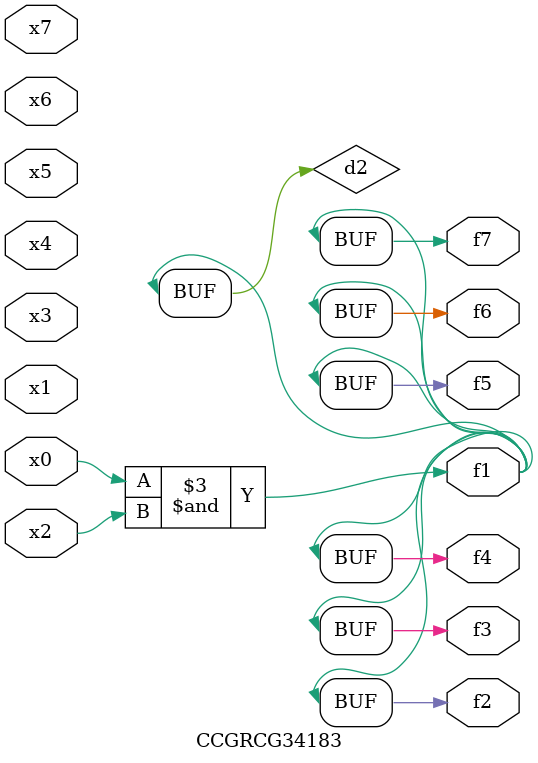
<source format=v>
module CCGRCG34183(
	input x0, x1, x2, x3, x4, x5, x6, x7,
	output f1, f2, f3, f4, f5, f6, f7
);

	wire d1, d2;

	nor (d1, x3, x6);
	and (d2, x0, x2);
	assign f1 = d2;
	assign f2 = d2;
	assign f3 = d2;
	assign f4 = d2;
	assign f5 = d2;
	assign f6 = d2;
	assign f7 = d2;
endmodule

</source>
